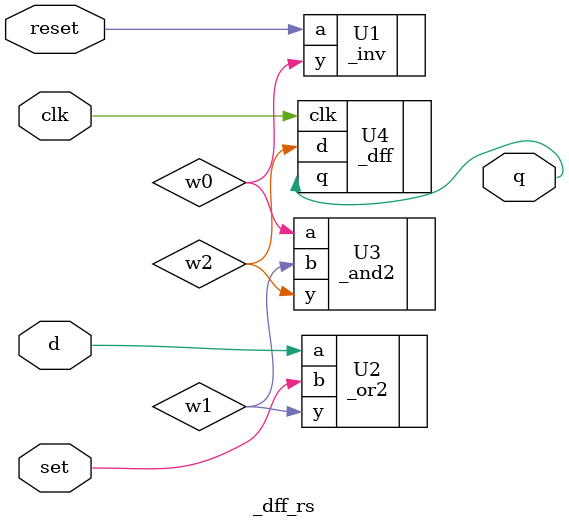
<source format=v>
module _dff_rs(clk, d, q, set, reset); // reset과 set을 통해서 출력을 control하는 dff_rs module
input clk, d, set, reset;
output q;
wire w0, w1,w2;
_inv U1(.a(reset), .y(w0)); // active low에서 작동하도록 reset을 반전시킴 
_or2 U2(.a(d), .b(set), .y(w1)); // set을 d와 or 시킴 
_and2 U3(.a(w0), .b(w1), .y(w2));// or gate의 출력값과  reset_n을 and gate의 input으로 넣어줌 
_dff U4(.clk(clk), .d(w2), .q(q)); // 최종적인 입력값인 wire w2와 clk를 입력으로 하여 q를 연산 

endmodule

</source>
